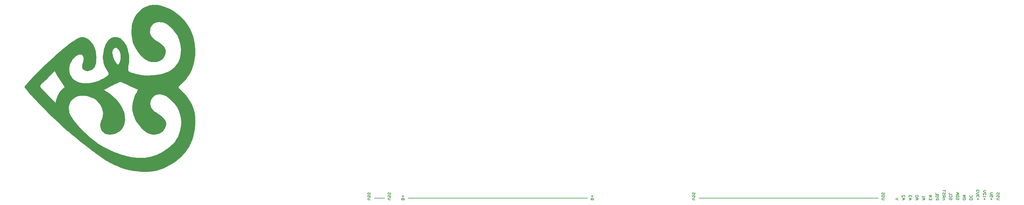
<source format=gbo>
G04*
G04 #@! TF.GenerationSoftware,Altium Limited,Altium Designer,18.1.7 (191)*
G04*
G04 Layer_Color=32896*
%FSLAX44Y44*%
%MOMM*%
G71*
G01*
G75*
%ADD10C,0.2000*%
%ADD15C,0.1800*%
G36*
X1141985Y1511968D02*
X1148430Y1511382D01*
X1150774Y1510797D01*
X1152532Y1510211D01*
X1153704Y1509625D01*
X1154290D01*
X1161907Y1507281D01*
X1168938Y1504937D01*
X1175383Y1502008D01*
X1181242Y1499664D01*
X1185930Y1497320D01*
X1189445Y1494976D01*
X1191789Y1493805D01*
X1192375Y1493219D01*
X1204094Y1484430D01*
X1209367Y1479742D01*
X1214054Y1475641D01*
X1217570Y1472125D01*
X1220499Y1469196D01*
X1222257Y1466852D01*
X1222843Y1466266D01*
X1229288Y1458063D01*
X1235148Y1449274D01*
X1239835Y1441071D01*
X1243351Y1433454D01*
X1246280Y1427009D01*
X1248038Y1422321D01*
X1249210Y1418806D01*
X1249796Y1418220D01*
Y1417634D01*
X1252140Y1407673D01*
X1253897Y1398298D01*
X1254483Y1388924D01*
X1255069Y1380721D01*
Y1363143D01*
X1253897Y1354354D01*
X1252726Y1346737D01*
X1250968Y1339120D01*
X1249210Y1332675D01*
X1248038Y1327401D01*
X1246280Y1323300D01*
X1245694Y1320956D01*
X1245108Y1319784D01*
X1241593Y1312167D01*
X1237491Y1305136D01*
X1232804Y1298691D01*
X1228702Y1293418D01*
X1224601Y1288730D01*
X1221671Y1285215D01*
X1219328Y1282871D01*
X1218742Y1282285D01*
X1216398Y1279941D01*
X1214054Y1277597D01*
X1212297Y1276426D01*
X1211711Y1275840D01*
X1209367Y1273496D01*
X1207609Y1271738D01*
X1206437Y1270566D01*
X1205851Y1269980D01*
X1206437Y1267637D01*
Y1266465D01*
X1207023Y1265293D01*
X1207609Y1264707D01*
X1210539Y1262363D01*
X1211125Y1261777D01*
X1211711Y1261191D01*
X1214640Y1258262D01*
X1215226Y1257676D01*
X1215812Y1257090D01*
X1222257Y1250645D01*
X1228117Y1243614D01*
X1233390Y1237169D01*
X1237491Y1230723D01*
X1241007Y1225450D01*
X1243351Y1221348D01*
X1244523Y1219005D01*
X1245108Y1217833D01*
X1248624Y1209630D01*
X1250968Y1201427D01*
X1253311Y1193224D01*
X1254483Y1186193D01*
X1255069Y1179748D01*
X1255655Y1174474D01*
Y1158654D01*
X1254483Y1147522D01*
X1252726Y1137561D01*
X1250968Y1128772D01*
X1249210Y1121741D01*
X1248038Y1115882D01*
X1246866Y1112366D01*
X1246280Y1111780D01*
Y1111194D01*
X1242179Y1101819D01*
X1237491Y1092444D01*
X1231632Y1084241D01*
X1226359Y1076624D01*
X1221671Y1070765D01*
X1217570Y1066078D01*
X1214640Y1063148D01*
X1213468Y1061976D01*
X1206437Y1055531D01*
X1199406Y1049672D01*
X1192375Y1044984D01*
X1185344Y1040297D01*
X1171868Y1032680D01*
X1159563Y1027406D01*
X1149016Y1023891D01*
X1144329Y1022133D01*
X1140813Y1021547D01*
X1137298Y1020375D01*
X1134954D01*
X1133782Y1019790D01*
X1133196D01*
X1123236Y1018618D01*
X1118548Y1018032D01*
X1114447D01*
X1110931Y1017446D01*
X1108001D01*
X1106244D01*
X1105658D01*
X1094525Y1018032D01*
X1083393Y1019203D01*
X1072846Y1020375D01*
X1063471Y1022133D01*
X1055268Y1023891D01*
X1048823Y1025649D01*
X1046479Y1026235D01*
X1044721D01*
X1044136Y1026821D01*
X1043549D01*
X1033589Y1030336D01*
X1024800Y1034438D01*
X1016011Y1037953D01*
X1008394Y1042055D01*
X1001949Y1044984D01*
X997261Y1047914D01*
X994332Y1049672D01*
X993160Y1050258D01*
X976754Y1061390D01*
X969137Y1066664D01*
X962106Y1071351D01*
X956246Y1076039D01*
X952145Y1078968D01*
X949215Y1081312D01*
X948043Y1081898D01*
X931637Y1094788D01*
X915817Y1107093D01*
X901169Y1119397D01*
X888279Y1129944D01*
X882420Y1135217D01*
X877146Y1139319D01*
X872459Y1143420D01*
X868357Y1146936D01*
X865428Y1149865D01*
X863084Y1151623D01*
X861912Y1152795D01*
X861326Y1153381D01*
X846092Y1167443D01*
X831444Y1181505D01*
X817968Y1194982D01*
X805663Y1207286D01*
X800390Y1212560D01*
X795702Y1217247D01*
X791601Y1221934D01*
X788085Y1225450D01*
X785156Y1228380D01*
X782812Y1230723D01*
X781640Y1231895D01*
X781054Y1232481D01*
X775195Y1238926D01*
X769921Y1244786D01*
X767578Y1246543D01*
X765820Y1248301D01*
X765234Y1249473D01*
X764648Y1250059D01*
X759375Y1257090D01*
X754687Y1262949D01*
X752930Y1265293D01*
X751172Y1267051D01*
X750586Y1268223D01*
X750000Y1268809D01*
X751758Y1271152D01*
X752344Y1272324D01*
X753516Y1274082D01*
X754101Y1274668D01*
X762890Y1284629D01*
X771679Y1294589D01*
X779882Y1303378D01*
X787499Y1310995D01*
X793944Y1317440D01*
X799218Y1322714D01*
X802148Y1325643D01*
X803319Y1326815D01*
X813280Y1336190D01*
X822655Y1344979D01*
X832030Y1353182D01*
X839647Y1360799D01*
X846678Y1366658D01*
X851951Y1371346D01*
X855467Y1374275D01*
X856639Y1375447D01*
X864842Y1382478D01*
X872459Y1388338D01*
X875388Y1390681D01*
X877732Y1392439D01*
X878904Y1393611D01*
X879490Y1394197D01*
X888279Y1400642D01*
X895896Y1405916D01*
X898826Y1407673D01*
X901169Y1409431D01*
X902927Y1410017D01*
X903513Y1410603D01*
X908200Y1413533D01*
X912302Y1415290D01*
X916403Y1416462D01*
X919333Y1417048D01*
X922263D01*
X924606D01*
X925778Y1416462D01*
X926364D01*
X930466Y1415290D01*
X934567Y1413533D01*
X941012Y1408845D01*
X943942Y1406501D01*
X945700Y1404158D01*
X946871Y1402986D01*
X947458Y1402400D01*
X951559Y1397713D01*
X954489Y1392439D01*
X956832Y1387752D01*
X958590Y1383064D01*
X959762Y1379549D01*
X960934Y1376619D01*
X961520Y1374275D01*
Y1373690D01*
X962692Y1361971D01*
X963278Y1356112D01*
X962692Y1351424D01*
Y1343807D01*
X962106Y1341463D01*
Y1340878D01*
X960934Y1335604D01*
X959176Y1331503D01*
X958004Y1328573D01*
X957418Y1327987D01*
Y1327401D01*
X953903Y1323300D01*
X949801Y1320370D01*
X946871Y1319198D01*
X946286Y1318612D01*
X945700D01*
X942184Y1317440D01*
X939255Y1316855D01*
X936911Y1316269D01*
X935739D01*
X932223Y1316855D01*
X928708Y1318026D01*
X926364Y1319198D01*
X925778Y1319784D01*
X922849Y1322128D01*
X921677Y1324472D01*
X921091Y1326815D01*
Y1334432D01*
X921677Y1336776D01*
Y1337362D01*
X922849Y1340292D01*
X923434Y1342635D01*
X924020Y1344393D01*
Y1344979D01*
X924606Y1347909D01*
X925192Y1350838D01*
Y1353182D01*
X924606Y1357870D01*
X922849Y1361385D01*
X921091Y1363143D01*
X920505Y1363729D01*
X916989Y1364901D01*
X912888D01*
X909958D01*
X909372Y1364315D01*
X908786D01*
X904685Y1361971D01*
X901169Y1359627D01*
X894724Y1353182D01*
X892380Y1349666D01*
X891208Y1347323D01*
X890037Y1345565D01*
X889451Y1344979D01*
X886521Y1339706D01*
X884763Y1334432D01*
X883591Y1329745D01*
X882420Y1326229D01*
Y1318026D01*
X883591Y1312753D01*
X884763Y1308066D01*
X886521Y1303964D01*
X888865Y1300449D01*
X890622Y1297519D01*
X891794Y1295175D01*
X892966Y1294003D01*
X893552Y1293418D01*
X897654Y1289902D01*
X901755Y1287558D01*
X905857Y1285215D01*
X909372Y1283457D01*
X912888Y1282285D01*
X915817Y1281699D01*
X917575Y1281113D01*
X918161D01*
X925778Y1280527D01*
X932809D01*
X939840D01*
X945700Y1281113D01*
X950387Y1281699D01*
X953903Y1282871D01*
X956832Y1283457D01*
X957418D01*
X964449Y1285800D01*
X970895Y1288144D01*
X976754Y1291074D01*
X982613Y1294003D01*
X986715Y1296347D01*
X990230Y1298691D01*
X992574Y1299863D01*
X993160Y1300449D01*
X996089Y1302792D01*
X997847Y1305136D01*
X999019Y1306894D01*
Y1307480D01*
X998433Y1310409D01*
X997261Y1313339D01*
X996089Y1315683D01*
X995503Y1316269D01*
X991402Y1323300D01*
X987886Y1329745D01*
X985543Y1336190D01*
X983785Y1342049D01*
X983199Y1346737D01*
X982613Y1350252D01*
X982027Y1353182D01*
Y1360799D01*
X983199Y1368416D01*
X984371Y1374861D01*
X985543Y1380721D01*
X987300Y1385994D01*
X988472Y1390096D01*
X989058Y1392439D01*
X989644Y1393611D01*
X993160Y1400056D01*
X996675Y1405330D01*
X999605Y1408845D01*
X1000777Y1409431D01*
Y1410017D01*
X1003707Y1412361D01*
X1006636Y1414118D01*
X1012495Y1416462D01*
X1015425D01*
X1017769Y1417048D01*
X1018941D01*
X1019527D01*
X1023042D01*
X1026558Y1415876D01*
X1032417Y1414118D01*
X1035932Y1411775D01*
X1036518Y1411189D01*
X1037104Y1410603D01*
X1042378Y1405330D01*
X1046479Y1400642D01*
X1048823Y1396541D01*
X1049995Y1395955D01*
Y1395369D01*
X1050581Y1394783D01*
Y1394197D01*
X1051167Y1393611D01*
Y1393025D01*
X1055268Y1381893D01*
X1056440Y1376619D01*
X1057612Y1371932D01*
X1058784Y1368416D01*
Y1365486D01*
X1059370Y1363143D01*
Y1362557D01*
X1059956Y1356698D01*
Y1346151D01*
X1059370Y1340878D01*
X1058784Y1336776D01*
X1058198Y1333846D01*
X1057612Y1331503D01*
Y1330917D01*
X1057026Y1327401D01*
Y1320370D01*
X1057612Y1318026D01*
Y1317440D01*
X1058784Y1316269D01*
X1059956Y1315097D01*
X1064057Y1312753D01*
X1068158Y1310995D01*
X1069330Y1310409D01*
X1069916D01*
X1078119Y1308066D01*
X1086322Y1306308D01*
X1093939Y1304550D01*
X1100385Y1303964D01*
X1106244Y1303378D01*
X1110931Y1302792D01*
X1113275D01*
X1114447D01*
X1130853Y1303964D01*
X1138470Y1304550D01*
X1144915Y1305722D01*
X1150774Y1306894D01*
X1155462Y1307480D01*
X1157805Y1308652D01*
X1158977D01*
X1170110Y1312167D01*
X1174797Y1314511D01*
X1178899Y1316855D01*
X1182414Y1318612D01*
X1184758Y1320370D01*
X1186516Y1320956D01*
X1187102Y1321542D01*
X1191203Y1325058D01*
X1195305Y1329159D01*
X1201164Y1336776D01*
X1203508Y1340292D01*
X1205265Y1343221D01*
X1205851Y1344979D01*
X1206437Y1345565D01*
X1208781Y1351424D01*
X1210539Y1356698D01*
X1212297Y1368416D01*
X1212883Y1378963D01*
X1212297Y1388924D01*
X1210539Y1397713D01*
X1208781Y1404158D01*
X1208195Y1406501D01*
X1207609Y1408259D01*
X1207023Y1409431D01*
Y1410017D01*
X1201750Y1422321D01*
X1194719Y1432282D01*
X1187688Y1441071D01*
X1180657Y1447516D01*
X1174211Y1452790D01*
X1168938Y1456305D01*
X1164837Y1458063D01*
X1164250Y1458649D01*
X1163665D01*
X1158977Y1460407D01*
X1154876Y1460993D01*
X1147845Y1461579D01*
X1144915Y1460993D01*
X1142571D01*
X1141399Y1460407D01*
X1140813D01*
X1137298Y1459235D01*
X1133782Y1456891D01*
X1128509Y1452790D01*
X1125579Y1448688D01*
X1124408Y1447516D01*
Y1446930D01*
X1122650Y1442829D01*
X1122064Y1439313D01*
X1121478Y1432282D01*
Y1427595D01*
X1122064Y1426423D01*
Y1425837D01*
X1123822Y1422321D01*
X1125579Y1418806D01*
X1130853Y1412947D01*
X1133196Y1411189D01*
X1134954Y1409431D01*
X1136126Y1408845D01*
X1136712Y1408259D01*
X1140228Y1405916D01*
X1143743Y1404158D01*
X1146087Y1402400D01*
X1146673Y1401814D01*
X1150188Y1399470D01*
X1153118Y1397713D01*
X1154876Y1395955D01*
X1155462Y1395369D01*
X1160149Y1391267D01*
X1163665Y1387166D01*
X1165422Y1383650D01*
X1166008Y1383064D01*
Y1382478D01*
X1167180Y1379549D01*
X1167766Y1376619D01*
Y1371346D01*
X1167180Y1369002D01*
Y1367244D01*
X1166594Y1366073D01*
Y1365486D01*
X1163665Y1359041D01*
X1160149Y1353768D01*
X1157219Y1350838D01*
X1156634Y1349666D01*
X1156048D01*
X1150188Y1346151D01*
X1143743Y1343807D01*
X1141399Y1343221D01*
X1139056D01*
X1137884Y1342635D01*
X1137298D01*
X1130267D01*
X1124408Y1343221D01*
X1122064Y1343807D01*
X1120306Y1344393D01*
X1119134Y1344979D01*
X1118548D01*
X1112103Y1347909D01*
X1106830Y1350838D01*
X1103314Y1353768D01*
X1102728Y1354940D01*
X1102142D01*
X1093939Y1362557D01*
X1087494Y1370174D01*
X1082221Y1377791D01*
X1078119Y1384822D01*
X1074604Y1391267D01*
X1072846Y1395955D01*
X1071674Y1398884D01*
X1071088Y1400056D01*
X1068744Y1409431D01*
X1066987Y1419392D01*
X1066401Y1428181D01*
Y1436970D01*
X1066987Y1444001D01*
X1067572Y1449860D01*
Y1451618D01*
X1068158Y1453376D01*
Y1454547D01*
X1071674Y1465680D01*
X1075776Y1475055D01*
X1081049Y1483258D01*
X1086322Y1489703D01*
X1091596Y1494976D01*
X1095697Y1499078D01*
X1098627Y1501422D01*
X1099799Y1502008D01*
X1106244Y1505523D01*
X1112689Y1507867D01*
X1118548Y1510211D01*
X1123822Y1511382D01*
X1128509Y1511968D01*
X1132025Y1512554D01*
X1134368D01*
X1134954D01*
X1141985Y1511968D01*
D02*
G37*
%LPC*%
G36*
X1020112Y1385408D02*
X1018355Y1384822D01*
X1017769D01*
X1014839Y1383064D01*
X1013081Y1380721D01*
X1011909Y1378963D01*
X1011323Y1377791D01*
X1010738Y1374275D01*
X1010152Y1370174D01*
X1011323Y1363143D01*
X1011909Y1360213D01*
X1012495Y1357870D01*
X1013081Y1356112D01*
Y1355526D01*
X1017183Y1346737D01*
X1019527Y1343221D01*
X1021870Y1340292D01*
X1024214Y1337948D01*
X1025386Y1336190D01*
X1026558Y1335604D01*
X1027144Y1335018D01*
X1030073Y1338534D01*
X1031831Y1342635D01*
X1033003Y1346737D01*
X1034175Y1350838D01*
X1034761Y1353768D01*
Y1359041D01*
X1034175Y1364315D01*
X1033589Y1369002D01*
X1031831Y1372518D01*
X1030659Y1376033D01*
X1028901Y1378377D01*
X1027144Y1380135D01*
X1026558Y1381307D01*
X1025972Y1381893D01*
X1024214Y1383650D01*
X1023042Y1384236D01*
X1020112Y1385408D01*
D02*
G37*
G36*
X839061Y1316269D02*
X832030Y1309238D01*
X826171Y1302792D01*
X823241Y1300449D01*
X821483Y1298105D01*
X820311Y1296933D01*
X819725Y1296347D01*
X812108Y1288730D01*
X805077Y1282285D01*
X802733Y1279941D01*
X800390Y1277597D01*
X799218Y1276426D01*
X798632Y1275840D01*
X796874Y1273496D01*
Y1269980D01*
X799218Y1266465D01*
X799804Y1265293D01*
X800390Y1264707D01*
X807421Y1257676D01*
X813866Y1251231D01*
X816210Y1248301D01*
X818553Y1246543D01*
X819725Y1245371D01*
X820311Y1244786D01*
X827928Y1236582D01*
X834959Y1229551D01*
X837889Y1226622D01*
X840233Y1224278D01*
X841405Y1222520D01*
X841991Y1221934D01*
X843162Y1227794D01*
X844920Y1233653D01*
X846092Y1238340D01*
X847850Y1241856D01*
X849022Y1245371D01*
X850193Y1247715D01*
X851365Y1248887D01*
Y1249473D01*
X856639Y1257090D01*
X862498Y1263535D01*
X864842Y1265879D01*
X867185Y1267637D01*
X868357Y1268223D01*
X868943Y1268809D01*
X863084Y1277597D01*
X858397Y1285215D01*
X856639Y1288144D01*
X854881Y1290488D01*
X854295Y1291660D01*
X853709Y1292246D01*
X848436Y1301035D01*
X843748Y1308652D01*
X841991Y1311581D01*
X840233Y1313925D01*
X839647Y1315683D01*
X839061Y1316269D01*
D02*
G37*
G36*
X1035932Y1283457D02*
X1034761D01*
X1034175D01*
X1032417D01*
X1031245D01*
X1030659Y1282871D01*
X1030073D01*
X1021870Y1278769D01*
X1014839Y1275840D01*
X1012495Y1274082D01*
X1010152Y1273496D01*
X1008980Y1272324D01*
X1008394D01*
X1000191Y1268223D01*
X992574Y1264121D01*
X989644Y1262949D01*
X987300Y1261777D01*
X986129Y1260606D01*
X985543D01*
X988472Y1258262D01*
X991402Y1256504D01*
X993160Y1255332D01*
X993746Y1254746D01*
X996675Y1252989D01*
X999605Y1251231D01*
X1001363Y1250059D01*
X1001949Y1249473D01*
X1013081Y1240684D01*
X1017769Y1236582D01*
X1021870Y1232481D01*
X1024800Y1228966D01*
X1027144Y1226036D01*
X1028901Y1224278D01*
X1029487Y1223692D01*
X1033589Y1217833D01*
X1037104Y1211974D01*
X1040034Y1206114D01*
X1042378Y1200841D01*
X1044136Y1196154D01*
X1045307Y1192638D01*
X1045893Y1190294D01*
Y1189122D01*
X1047065Y1180333D01*
X1047651Y1172717D01*
Y1169787D01*
X1047065Y1167443D01*
Y1165685D01*
X1046479Y1161584D01*
X1045307Y1157482D01*
X1041792Y1150451D01*
X1040034Y1147522D01*
X1038276Y1145178D01*
X1037690Y1144006D01*
X1037104Y1143420D01*
X1030659Y1137561D01*
X1024800Y1133459D01*
X1021870Y1132288D01*
X1020112Y1131116D01*
X1018941Y1130530D01*
X1018355D01*
X1010738Y1128772D01*
X1003707Y1128186D01*
X1000777D01*
X998433Y1128772D01*
X996675D01*
X996089D01*
X991402Y1129944D01*
X987886Y1131702D01*
X984957Y1134045D01*
X982027Y1136389D01*
X980269Y1138147D01*
X979098Y1139905D01*
X977926Y1141076D01*
Y1141662D01*
X976168Y1145764D01*
X974996Y1149865D01*
X974410Y1153381D01*
Y1159826D01*
X974996Y1162170D01*
X975582Y1163928D01*
Y1164513D01*
X976168Y1167443D01*
X976754Y1168615D01*
X977926Y1170959D01*
X978512Y1172131D01*
X980855Y1177990D01*
X982027Y1184435D01*
X982613Y1190294D01*
X982027Y1196154D01*
X980855Y1200841D01*
X979684Y1204357D01*
X979098Y1207286D01*
X978512Y1207872D01*
X974996Y1214903D01*
X970895Y1220762D01*
X966793Y1225450D01*
X963278Y1229551D01*
X959762Y1231895D01*
X956832Y1234239D01*
X955074Y1234825D01*
X954489Y1235411D01*
X947458Y1238340D01*
X941598Y1240098D01*
X939255Y1240684D01*
X937497Y1241270D01*
X936325Y1241856D01*
X935739D01*
X928708Y1243028D01*
X922849D01*
X919919D01*
X918161D01*
X916989D01*
X916403D01*
X909372Y1241856D01*
X903513Y1239512D01*
X898240Y1236582D01*
X894138Y1233653D01*
X890622Y1230137D01*
X888279Y1227794D01*
X887107Y1225450D01*
X886521Y1224864D01*
X883591Y1218419D01*
X881834Y1212560D01*
X881248Y1206700D01*
X881834Y1201427D01*
X882420Y1196740D01*
X883006Y1192638D01*
X884177Y1190294D01*
Y1189708D01*
X886521Y1185607D01*
X888865Y1181505D01*
X890622Y1179162D01*
X891208Y1177990D01*
X894138Y1173888D01*
X896482Y1170373D01*
X898240Y1168029D01*
X898826Y1166857D01*
X910544Y1152795D01*
X922849Y1139905D01*
X935153Y1128772D01*
X945700Y1118811D01*
X955660Y1110608D01*
X959762Y1107679D01*
X963278Y1104749D01*
X965621Y1102991D01*
X967965Y1101233D01*
X969137Y1100647D01*
X969723Y1100061D01*
X984371Y1091273D01*
X999605Y1083655D01*
X1014253Y1077210D01*
X1028315Y1071937D01*
X1034175Y1069593D01*
X1040034Y1067835D01*
X1045307Y1066664D01*
X1049409Y1065492D01*
X1052924Y1064320D01*
X1055268Y1063734D01*
X1057026Y1063148D01*
X1057612D01*
X1066987Y1061390D01*
X1075776Y1060219D01*
X1083979Y1059632D01*
X1091010Y1059047D01*
X1097455D01*
X1102142Y1059632D01*
X1105072D01*
X1106244D01*
X1115033Y1060804D01*
X1123822Y1062562D01*
X1131439Y1064906D01*
X1138470Y1067250D01*
X1144329Y1069593D01*
X1149016Y1071937D01*
X1151360Y1073109D01*
X1152532Y1073695D01*
X1160149Y1078382D01*
X1167180Y1083070D01*
X1173625Y1087171D01*
X1178899Y1091859D01*
X1183586Y1095374D01*
X1186516Y1098304D01*
X1188859Y1100061D01*
X1189445Y1100647D01*
X1195305Y1107093D01*
X1199406Y1114124D01*
X1203508Y1120569D01*
X1206437Y1127014D01*
X1208195Y1132873D01*
X1209367Y1136975D01*
X1210539Y1139905D01*
Y1141076D01*
X1212883Y1153381D01*
X1213468Y1164513D01*
X1212883Y1174474D01*
X1211711Y1182677D01*
X1209953Y1189708D01*
X1208195Y1194982D01*
X1207023Y1198497D01*
X1206437Y1199669D01*
X1201750Y1208458D01*
X1195891Y1216661D01*
X1189445Y1224278D01*
X1183586Y1230137D01*
X1177727Y1235411D01*
X1173039Y1238926D01*
X1170110Y1241270D01*
X1169524Y1241856D01*
X1168938D01*
X1164250Y1244200D01*
X1159563Y1245957D01*
X1155462Y1246543D01*
X1151946Y1247129D01*
X1148430D01*
X1146087D01*
X1144329Y1246543D01*
X1143743D01*
X1139642Y1245371D01*
X1136126Y1243614D01*
X1130267Y1238926D01*
X1128509Y1236582D01*
X1126751Y1234239D01*
X1126165Y1233067D01*
X1125579Y1232481D01*
X1124408Y1228966D01*
X1123236Y1225450D01*
X1122650Y1219591D01*
Y1216661D01*
X1123236Y1214903D01*
Y1213146D01*
X1124408Y1209630D01*
X1126165Y1206700D01*
X1129681Y1201427D01*
X1133196Y1197911D01*
X1133782Y1197325D01*
X1134368Y1196740D01*
X1138470Y1194396D01*
X1141985Y1192052D01*
X1144329Y1190294D01*
X1145501Y1189708D01*
X1149602Y1186779D01*
X1152532Y1184435D01*
X1154876Y1182677D01*
X1156048Y1182091D01*
X1160735Y1177990D01*
X1164250Y1173888D01*
X1166594Y1170959D01*
X1167180Y1170373D01*
Y1169787D01*
X1168352Y1166857D01*
X1168938Y1164513D01*
X1169524Y1159240D01*
X1168938Y1156896D01*
Y1155139D01*
X1168352Y1153967D01*
Y1153381D01*
X1165422Y1146350D01*
X1162493Y1141076D01*
X1159563Y1138147D01*
X1158977Y1136975D01*
X1158391D01*
X1152532Y1132873D01*
X1147259Y1130530D01*
X1144329Y1129944D01*
X1142571Y1129358D01*
X1141399Y1128772D01*
X1140813D01*
X1134368Y1128186D01*
X1128509D01*
X1126751Y1128772D01*
X1124993D01*
X1123822Y1129358D01*
X1123236D01*
X1117376Y1131702D01*
X1112103Y1134045D01*
X1108587Y1136389D01*
X1108001Y1136975D01*
X1107416D01*
X1098627Y1144006D01*
X1091596Y1152209D01*
X1085736Y1160412D01*
X1080463Y1168029D01*
X1076947Y1175646D01*
X1074604Y1181505D01*
X1073432Y1183849D01*
X1072846Y1185607D01*
X1072260Y1186193D01*
Y1186779D01*
X1070502Y1193224D01*
X1069330Y1199083D01*
X1068744Y1210802D01*
X1069916Y1221348D01*
X1072260Y1230723D01*
X1074604Y1238926D01*
X1076947Y1244786D01*
X1078119Y1247129D01*
X1079291Y1248887D01*
X1079877Y1249473D01*
Y1250059D01*
X1082221Y1253574D01*
X1082807Y1254746D01*
Y1255332D01*
X1084564Y1258848D01*
X1085736Y1260020D01*
Y1260606D01*
X1076361Y1264707D01*
X1072260Y1266465D01*
X1068744Y1268223D01*
X1065815Y1269980D01*
X1063471Y1270566D01*
X1062299Y1271738D01*
X1061713D01*
X1053510Y1275840D01*
X1045893Y1279355D01*
X1042964Y1280527D01*
X1040620Y1281699D01*
X1039448Y1282285D01*
X1038862D01*
X1035932Y1283457D01*
D02*
G37*
%LPD*%
D10*
X1785000Y940000D02*
X1815000D01*
X1885000Y940000D02*
X2415000D01*
X2745000D02*
X3275000D01*
D15*
X3552997Y935000D02*
X3545000D01*
Y938999D01*
X3546333Y940332D01*
X3551665D01*
X3552997Y938999D01*
Y935000D01*
X3551665Y948329D02*
X3552997Y946996D01*
Y944330D01*
X3551665Y942998D01*
X3546333D01*
X3545000Y944330D01*
Y946996D01*
X3546333Y948329D01*
X3632997Y935000D02*
X3627666D01*
X3625000Y937666D01*
X3627666Y940332D01*
X3632997D01*
X3631665Y948329D02*
X3632997Y946996D01*
Y944330D01*
X3631665Y942998D01*
X3630332D01*
X3628999Y944330D01*
Y946996D01*
X3627666Y948329D01*
X3626333D01*
X3625000Y946996D01*
Y944330D01*
X3626333Y942998D01*
X3631665Y956327D02*
X3632997Y954994D01*
Y952328D01*
X3631665Y950995D01*
X3630332D01*
X3628999Y952328D01*
Y954994D01*
X3627666Y956327D01*
X3626333D01*
X3625000Y954994D01*
Y952328D01*
X3626333Y950995D01*
X2732997Y935000D02*
X2727666D01*
X2725000Y937666D01*
X2727666Y940332D01*
X2732997D01*
X2731664Y948329D02*
X2732997Y946996D01*
Y944330D01*
X2731664Y942997D01*
X2730332D01*
X2728999Y944330D01*
Y946996D01*
X2727666Y948329D01*
X2726333D01*
X2725000Y946996D01*
Y944330D01*
X2726333Y942997D01*
X2731664Y956327D02*
X2732997Y954994D01*
Y952328D01*
X2731664Y950995D01*
X2730332D01*
X2728999Y952328D01*
Y954994D01*
X2727666Y956327D01*
X2726333D01*
X2725000Y954994D01*
Y952328D01*
X2726333Y950995D01*
X3432997Y940332D02*
Y935000D01*
X3425000D01*
Y940332D01*
X3428999Y935000D02*
Y937666D01*
X3425000Y942997D02*
X3432997D01*
X3425000Y948329D01*
X3432997D01*
X3532997Y938999D02*
Y936333D01*
X3531665Y935000D01*
X3526333D01*
X3525000Y936333D01*
Y938999D01*
X3526333Y940332D01*
X3531665D01*
X3532997Y938999D01*
X3525000Y942997D02*
X3532997D01*
X3525000Y948329D01*
X3532997D01*
X1772998Y935000D02*
X1767666D01*
X1765000Y937666D01*
X1767666Y940332D01*
X1772998D01*
X1771665Y948329D02*
X1772998Y946996D01*
Y944330D01*
X1771665Y942997D01*
X1770332D01*
X1768999Y944330D01*
Y946996D01*
X1767666Y948329D01*
X1766333D01*
X1765000Y946996D01*
Y944330D01*
X1766333Y942997D01*
X1771665Y956327D02*
X1772998Y954994D01*
Y952328D01*
X1771665Y950995D01*
X1770332D01*
X1768999Y952328D01*
Y954994D01*
X1767666Y956327D01*
X1766333D01*
X1765000Y954994D01*
Y952328D01*
X1766333Y950995D01*
X3332998Y935000D02*
X3331665D01*
X3328999Y937666D01*
X3331665Y940332D01*
X3332998D01*
X3328999Y937666D02*
X3325000D01*
X3345000Y935000D02*
X3350332D01*
X3352998Y937666D01*
X3350332Y940332D01*
X3345000D01*
X3348999D01*
Y935000D01*
X3345000Y948329D02*
Y942998D01*
X3350332Y948329D01*
X3351665D01*
X3352998Y946996D01*
Y944330D01*
X3351665Y942998D01*
X3365000Y935000D02*
X3370332D01*
X3372998Y937666D01*
X3370332Y940332D01*
X3365000D01*
X3368999D01*
Y935000D01*
X3371665Y942998D02*
X3372998Y944330D01*
Y946996D01*
X3371665Y948329D01*
X3370332D01*
X3368999Y946996D01*
Y945663D01*
Y946996D01*
X3367666Y948329D01*
X3366333D01*
X3365000Y946996D01*
Y944330D01*
X3366333Y942998D01*
X3385000Y935000D02*
X3390332D01*
X3392998Y937666D01*
X3390332Y940332D01*
X3385000D01*
X3388999D01*
Y935000D01*
X3391665Y942998D02*
X3392998Y944330D01*
Y946996D01*
X3391665Y948329D01*
X3386333D01*
X3385000Y946996D01*
Y944330D01*
X3386333Y942998D01*
X3391665D01*
X3405000Y935000D02*
X3410332D01*
X3412998Y937666D01*
X3410332Y940332D01*
X3405000D01*
X3408999D01*
Y935000D01*
X3405000Y942998D02*
Y945663D01*
Y944330D01*
X3412998D01*
X3411665Y942998D01*
X1832998Y935000D02*
X1827666D01*
X1825000Y937666D01*
X1827666Y940332D01*
X1832998D01*
X1831665Y948329D02*
X1832998Y946996D01*
Y944330D01*
X1831665Y942997D01*
X1830332D01*
X1828999Y944330D01*
Y946996D01*
X1827666Y948329D01*
X1826333D01*
X1825000Y946996D01*
Y944330D01*
X1826333Y942997D01*
X1831665Y956327D02*
X1832998Y954994D01*
Y952328D01*
X1831665Y950995D01*
X1830332D01*
X1828999Y952328D01*
Y954994D01*
X1827666Y956327D01*
X1826333D01*
X1825000Y954994D01*
Y952328D01*
X1826333Y950995D01*
X2432997Y935000D02*
X2425000D01*
Y938999D01*
X2426333Y940332D01*
X2427666D01*
X2428999Y938999D01*
Y935000D01*
Y938999D01*
X2430332Y940332D01*
X2431664D01*
X2432997Y938999D01*
Y935000D01*
X2428999Y942997D02*
Y948329D01*
X2431664Y945663D02*
X2426333D01*
X1872997Y935000D02*
X1865000D01*
Y938999D01*
X1866333Y940332D01*
X1867666D01*
X1868999Y938999D01*
Y935000D01*
Y938999D01*
X1870332Y940332D01*
X1871664D01*
X1872997Y938999D01*
Y935000D01*
X1868999Y942997D02*
Y948329D01*
X1871664Y945663D02*
X1866333D01*
X3292997Y935000D02*
X3287666D01*
X3285000Y937666D01*
X3287666Y940332D01*
X3292997D01*
X3291664Y948329D02*
X3292997Y946996D01*
Y944330D01*
X3291664Y942997D01*
X3290332D01*
X3288999Y944330D01*
Y946996D01*
X3287666Y948329D01*
X3286333D01*
X3285000Y946996D01*
Y944330D01*
X3286333Y942997D01*
X3291664Y956326D02*
X3292997Y954994D01*
Y952328D01*
X3291664Y950995D01*
X3290332D01*
X3288999Y952328D01*
Y954994D01*
X3287666Y956326D01*
X3286333D01*
X3285000Y954994D01*
Y952328D01*
X3286333Y950995D01*
X3511665Y940332D02*
X3512997Y938999D01*
Y936333D01*
X3511665Y935000D01*
X3510332D01*
X3508999Y936333D01*
Y938999D01*
X3507666Y940332D01*
X3506333D01*
X3505000Y938999D01*
Y936333D01*
X3506333Y935000D01*
X3512997Y942998D02*
X3505000D01*
Y946996D01*
X3506333Y948329D01*
X3511665D01*
X3512997Y946996D01*
Y942998D01*
X3505000Y950995D02*
X3510332D01*
X3512997Y953661D01*
X3510332Y956327D01*
X3505000D01*
X3508999D01*
Y950995D01*
X3568999Y935000D02*
Y940332D01*
X3571665Y937666D02*
X3566333D01*
X3571665Y942998D02*
X3572997Y944330D01*
Y946996D01*
X3571665Y948329D01*
X3570332D01*
X3568999Y946996D01*
Y945663D01*
Y946996D01*
X3567666Y948329D01*
X3566333D01*
X3565000Y946996D01*
Y944330D01*
X3566333Y942998D01*
X3572997Y950995D02*
X3567666D01*
X3565000Y953661D01*
X3567666Y956327D01*
X3572997D01*
X3571665Y958992D02*
X3572997Y960325D01*
Y962991D01*
X3571665Y964324D01*
X3570332D01*
X3568999Y962991D01*
Y961658D01*
Y962991D01*
X3567666Y964324D01*
X3566333D01*
X3565000Y962991D01*
Y960325D01*
X3566333Y958992D01*
X3588999Y935000D02*
Y940332D01*
X3591665Y937666D02*
X3586333D01*
X3585000Y942998D02*
Y945663D01*
Y944330D01*
X3592997D01*
X3591665Y942998D01*
X3585000Y954994D02*
Y949662D01*
X3590332Y954994D01*
X3591665D01*
X3592997Y953661D01*
Y950995D01*
X3591665Y949662D01*
X3592997Y957659D02*
X3587666D01*
X3585000Y960325D01*
X3587666Y962991D01*
X3592997D01*
X3491665Y940332D02*
X3492998Y938999D01*
Y936333D01*
X3491665Y935000D01*
X3490332D01*
X3488999Y936333D01*
Y938999D01*
X3487666Y940332D01*
X3486333D01*
X3485000Y938999D01*
Y936333D01*
X3486333Y935000D01*
X3491665Y948329D02*
X3492998Y946996D01*
Y944330D01*
X3491665Y942998D01*
X3486333D01*
X3485000Y944330D01*
Y946996D01*
X3486333Y948329D01*
X3492998Y950995D02*
X3485000D01*
Y956327D01*
X3465000Y935000D02*
X3470332D01*
Y938999D01*
X3468999Y940332D01*
X3465000D01*
Y942997D02*
X3472997D01*
Y946996D01*
X3471665Y948329D01*
X3468999D01*
X3467666Y946996D01*
Y942997D01*
Y945663D02*
X3465000Y948329D01*
X3471665Y956327D02*
X3472997Y954994D01*
Y952328D01*
X3471665Y950995D01*
X3470332D01*
X3468999Y952328D01*
Y954994D01*
X3467666Y956327D01*
X3466333D01*
X3465000Y954994D01*
Y952328D01*
X3466333Y950995D01*
X3472997Y958992D02*
Y964324D01*
Y961658D01*
X3465000D01*
X3445000Y935000D02*
X3452997D01*
Y938999D01*
X3451665Y940332D01*
X3448999D01*
X3447666Y938999D01*
Y935000D01*
X3452997Y946996D02*
Y944330D01*
X3451665Y942997D01*
X3446333D01*
X3445000Y944330D01*
Y946996D01*
X3446333Y948329D01*
X3451665D01*
X3452997Y946996D01*
Y950995D02*
X3445000D01*
Y956327D01*
X3608999Y935000D02*
Y940332D01*
X3611665Y937666D02*
X3606333D01*
X3612997Y948329D02*
Y942998D01*
X3608999D01*
X3610332Y945663D01*
Y946996D01*
X3608999Y948329D01*
X3606333D01*
X3605000Y946996D01*
Y944330D01*
X3606333Y942998D01*
X3612997Y950995D02*
X3607666D01*
X3605000Y953661D01*
X3607666Y956327D01*
X3612997D01*
M02*

</source>
